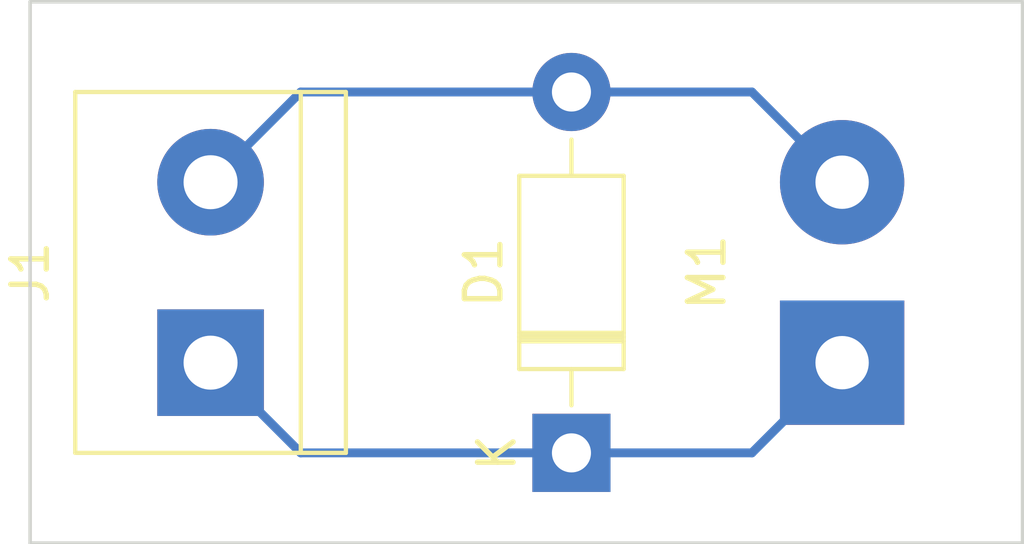
<source format=kicad_pcb>
(kicad_pcb (version 20211014) (generator pcbnew)
  (layers (0 "F.Cu" signal) (31 "B.Cu" signal) (34 "B.Paste" user) (35 "F.Paste" user) (36 "B.SilkS" user "B.Silkscreen") (37 "F.SilkS" user "F.Silkscreen") (38 "B.Mask" user) (39 "F.Mask" user) (44 "Edge.Cuts" user))
  (net 0 "")
  (net 1 "/InjectorPower-")
  (net 2 "/InjectorPower+")
  (footprint "Diode_THT:D_DO-41_SOD81_P10.16mm_Horizontal" (layer "F.Cu") (at 77.47 72.39 90)
    (fp_text reference "D1" (at 5.08 -2.47 90) (layer "F.SilkS"))
    (fp_text value "1N4007")
    (fp_text user "K" (at 0 -2.1 90) (layer "F.SilkS"))
    (fp_line (start 3.26 -1.47) (end 3.26 1.47) (layer "F.SilkS") (width 0.12))
    (fp_line (start 2.36 -1.47) (end 2.36 1.47) (layer "F.SilkS") (width 0.12))
    (fp_line (start 3.14 -1.47) (end 3.14 1.47) (layer "F.SilkS") (width 0.12))
    (fp_line (start 7.8 1.47) (end 7.8 -1.47) (layer "F.SilkS") (width 0.12))
    (fp_line (start 3.38 -1.47) (end 3.38 1.47) (layer "F.SilkS") (width 0.12))
    (fp_line (start 8.82 0) (end 7.8 0) (layer "F.SilkS") (width 0.12))
    (fp_line (start 7.8 -1.47) (end 2.36 -1.47) (layer "F.SilkS") (width 0.12))
    (fp_line (start 2.36 1.47) (end 7.8 1.47) (layer "F.SilkS") (width 0.12))
    (fp_line (start 1.34 0) (end 2.36 0) (layer "F.SilkS") (width 0.12))
    (pad "1" thru_hole rect locked (at 0 0 90) (size 2.2 2.2) (drill 1.1) (layers *.Cu *.Mask) (net 2 "/InjectorPower+"))
    (pad "2" thru_hole oval locked (at 10.16 0 90) (size 2.2 2.2) (drill 1.1) (layers *.Cu *.Mask) (net 1 "/InjectorPower-"))
  )
  (footprint "TerminalBlock:TerminalBlock_bornier-2_P5.08mm" (layer "F.Cu") (at 67.31 69.85 90)
    (fp_text reference "J1" (at 2.54 -5.08 90) (layer "F.SilkS"))
    (fp_text value "Injector Power")
    (fp_line (start 7.62 -3.81) (end -2.54 -3.81) (layer "F.SilkS") (width 0.12))
    (fp_line (start -2.54 3.81) (end 7.62 3.81) (layer "F.SilkS") (width 0.12))
    (fp_line (start -2.54 -3.81) (end -2.54 3.81) (layer "F.SilkS") (width 0.12))
    (fp_line (start 7.62 3.81) (end 7.62 -3.81) (layer "F.SilkS") (width 0.12))
    (fp_line (start 7.62 2.54) (end -2.54 2.54) (layer "F.SilkS") (width 0.12))
    (pad "1" thru_hole rect locked (at 0 0 90) (size 3 3) (drill 1.52) (layers *.Cu *.Mask) (net 2 "/InjectorPower+"))
    (pad "2" thru_hole circle locked (at 5.08 0 90) (size 3 3) (drill 1.52) (layers *.Cu *.Mask) (net 1 "/InjectorPower-"))
  )
  (footprint "Connector_Wire:SolderWirePad_1x02_P5.08mm_Drill1.5mm" (layer "F.Cu") (at 85.09 69.85 90)
    (fp_text reference "M1" (at 2.54 -3.81 90) (layer "F.SilkS"))
    (fp_text value "Motor_DC")
    (pad "1" thru_hole rect locked (at 0 0 90) (size 3.50012 3.50012) (drill 1.50114) (layers *.Cu *.Mask) (net 2 "/InjectorPower+"))
    (pad "2" thru_hole circle locked (at 5.08 0 90) (size 3.50012 3.50012) (drill 1.50114) (layers *.Cu *.Mask) (net 1 "/InjectorPower-"))
  )
  (gr_line (start 62.23 74.93) (end 62.23 59.69) (layer "Edge.Cuts") (width 0.1))
  (gr_line (start 90.17 59.69) (end 90.17 74.93) (layer "Edge.Cuts") (width 0.1))
  (gr_line (start 62.23 59.69) (end 90.17 59.69) (layer "Edge.Cuts") (width 0.1))
  (gr_line (start 90.17 74.93) (end 62.23 74.93) (layer "Edge.Cuts") (width 0.1))
  (segment (start 82.55 62.23) (end 85.09 64.77) (width 0.25) (layer "B.Cu") (net 1))
  (segment (start 77.47 62.23) (end 69.85 62.23) (width 0.25) (layer "B.Cu") (net 1))
  (segment (start 77.47 62.23) (end 82.55 62.23) (width 0.25) (layer "B.Cu") (net 1))
  (segment (start 69.85 62.23) (end 67.31 64.77) (width 0.25) (layer "B.Cu") (net 1))
  (segment (start 77.47 72.39) (end 82.55 72.39) (width 0.25) (layer "B.Cu") (net 2))
  (segment (start 82.55 72.39) (end 85.09 69.85) (width 0.25) (layer "B.Cu") (net 2))
  (segment (start 77.47 72.39) (end 69.85 72.39) (width 0.25) (layer "B.Cu") (net 2))
  (segment (start 69.85 72.39) (end 67.31 69.85) (width 0.25) (layer "B.Cu") (net 2))
)
</source>
